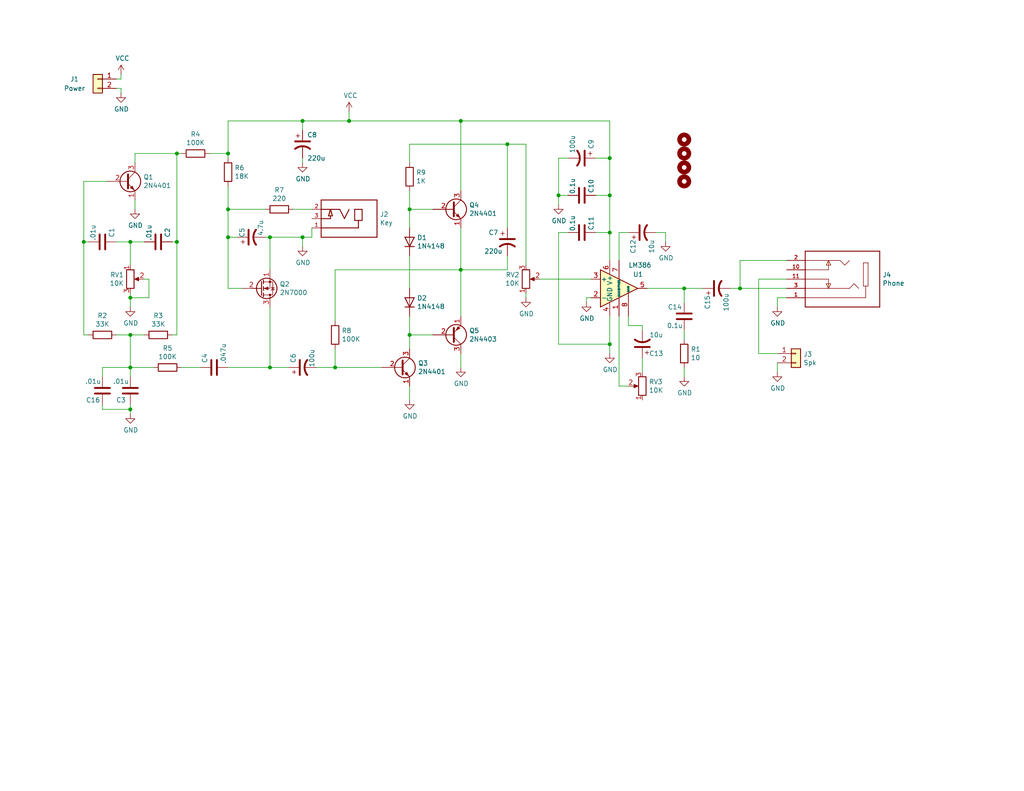
<source format=kicad_sch>
(kicad_sch (version 20210621) (generator eeschema)
  (paper "USLetter")
  (lib_symbols
    (symbol "Amplifier_Audio:LM386" (pin_names (offset 0.127))
      (property "Reference" "U" (at 1.27 7.62 0))
      (property "Value" "LM386" (at 1.27 5.08 0))
      (symbol "LM386_0_1"
        (polyline (pts (xy 5.08 0) (xy -5.08 5.08) (xy -5.08 -5.08) (xy 5.08 0)) (stroke (width 0.254)) (fill (type background)))
      )
      (symbol "LM386_1_1"
        (pin input line (at 0 -7.62 90) (length 5.08) (name "GAIN") (number "1"))
        (pin input line (at -7.62 -2.54 0) (length 2.54) (name "-") (number "2"))
        (pin input line (at -7.62 2.54 0) (length 2.54) (name "+") (number "3"))
        (pin power_in line (at -2.54 -7.62 90) (length 3.81) (name "GND") (number "4"))
        (pin output line (at 7.62 0 180) (length 2.54) (name "~") (number "5"))
        (pin power_in line (at -2.54 7.62 270) (length 3.81) (name "V+") (number "6"))
        (pin input line (at 0 7.62 270) (length 5.08) (name "BYPASS") (number "7"))
        (pin input line (at 2.54 -7.62 90) (length 6.35) (name "GAIN") (number "8"))
      )
    )
    (symbol "Connector_Generic:Conn_01x02" (pin_names (offset 1.016) hide)
      (property "Reference" "J" (at 0 2.54 0))
      (property "Value" "Conn_01x02" (at 0 -5.08 0))
      (symbol "Conn_01x02_1_1"
        (rectangle (start -1.27 -2.413) (end 0 -2.667) (stroke (width 0.1524)))
        (rectangle (start -1.27 0.127) (end 0 -0.127) (stroke (width 0.1524)))
        (rectangle (start -1.27 1.27) (end 1.27 -3.81) (stroke (width 0.254)) (fill (type background)))
        (pin passive line (at -5.08 0 0) (length 3.81) (name "Pin_1") (number "1"))
        (pin passive line (at -5.08 -2.54 0) (length 3.81) (name "Pin_2") (number "2"))
      )
    )
    (symbol "Device:C" (pin_numbers hide) (pin_names (offset 0.254))
      (property "Reference" "C" (at 0.635 2.54 0))
      (property "Value" "C" (at 0.635 -2.54 0))
      (symbol "C_0_1"
        (polyline (pts (xy -2.032 -0.762) (xy 2.032 -0.762)) (stroke (width 0.508)))
        (polyline (pts (xy -2.032 0.762) (xy 2.032 0.762)) (stroke (width 0.508)))
      )
      (symbol "C_1_1"
        (pin passive line (at 0 3.81 270) (length 2.794) (name "~") (number "1"))
        (pin passive line (at 0 -3.81 90) (length 2.794) (name "~") (number "2"))
      )
    )
    (symbol "Device:CP1" (pin_numbers hide) (pin_names (offset 0.254) hide)
      (property "Reference" "C" (at 0.635 2.54 0))
      (property "Value" "CP1" (at 0.635 -2.54 0))
      (symbol "CP1_0_1"
        (polyline (pts (xy -2.032 0.762) (xy 2.032 0.762)) (stroke (width 0.508)))
        (polyline (pts (xy -1.778 2.286) (xy -0.762 2.286)))
        (polyline (pts (xy -1.27 1.778) (xy -1.27 2.794)))
        (arc (start 2.032 -1.27) (mid 0 -0.5572) (end -2.032 -1.27) (stroke (width 0.508)))
      )
      (symbol "CP1_1_1"
        (pin passive line (at 0 3.81 270) (length 2.794) (name "~") (number "1"))
        (pin passive line (at 0 -3.81 90) (length 3.302) (name "~") (number "2"))
      )
    )
    (symbol "Device:D" (pin_numbers hide) (pin_names (offset 1.016) hide)
      (property "Reference" "D" (at 0 2.54 0))
      (property "Value" "D" (at 0 -2.54 0))
      (symbol "D_0_1"
        (polyline (pts (xy -1.27 1.27) (xy -1.27 -1.27)) (stroke (width 0.254)))
        (polyline (pts (xy 1.27 0) (xy -1.27 0)))
        (polyline (pts (xy 1.27 1.27) (xy 1.27 -1.27) (xy -1.27 0) (xy 1.27 1.27)) (stroke (width 0.254)))
      )
      (symbol "D_1_1"
        (pin passive line (at -3.81 0 0) (length 2.54) (name "K") (number "1"))
        (pin passive line (at 3.81 0 180) (length 2.54) (name "A") (number "2"))
      )
    )
    (symbol "Device:Q_NMOS_SGD" (pin_names (offset 0) hide)
      (property "Reference" "Q" (at 5.08 1.27 0))
      (property "Value" "Q_NMOS_SGD" (at 5.08 -1.27 0))
      (symbol "Q_NMOS_SGD_0_1"
        (polyline (pts (xy 0.254 0) (xy -2.54 0)))
        (polyline (pts (xy 0.254 1.905) (xy 0.254 -1.905)) (stroke (width 0.254)))
        (polyline (pts (xy 0.762 -1.27) (xy 0.762 -2.286)) (stroke (width 0.254)))
        (polyline (pts (xy 0.762 0.508) (xy 0.762 -0.508)) (stroke (width 0.254)))
        (polyline (pts (xy 0.762 2.286) (xy 0.762 1.27)) (stroke (width 0.254)))
        (polyline (pts (xy 2.54 2.54) (xy 2.54 1.778)))
        (polyline (pts (xy 2.54 -2.54) (xy 2.54 0) (xy 0.762 0)))
        (polyline (pts (xy 0.762 -1.778) (xy 3.302 -1.778) (xy 3.302 1.778) (xy 0.762 1.778)))
        (polyline (pts (xy 1.016 0) (xy 2.032 0.381) (xy 2.032 -0.381) (xy 1.016 0)) (fill (type outline)))
        (polyline (pts (xy 2.794 0.508) (xy 2.921 0.381) (xy 3.683 0.381) (xy 3.81 0.254)))
        (polyline (pts (xy 3.302 0.381) (xy 2.921 -0.254) (xy 3.683 -0.254) (xy 3.302 0.381)))
        (circle (center 1.651 0) (radius 2.794) (stroke (width 0.254)) (stroke (width 0.254)))
        (circle (center 2.54 -1.778) (radius 0.254) (fill (type outline)))
        (circle (center 2.54 1.778) (radius 0.254) (fill (type outline)))
      )
      (symbol "Q_NMOS_SGD_1_1"
        (pin passive line (at 2.54 -5.08 90) (length 2.54) (name "S") (number "1"))
        (pin input line (at -5.08 0 0) (length 5.08) (name "G") (number "2"))
        (pin passive line (at 2.54 5.08 270) (length 2.54) (name "D") (number "3"))
      )
    )
    (symbol "Device:Q_NPN_EBC" (pin_names (offset 0) hide)
      (property "Reference" "Q" (at 5.08 1.27 0))
      (property "Value" "Q_NPN_EBC" (at 5.08 -1.27 0))
      (symbol "Q_NPN_EBC_0_1"
        (polyline (pts (xy 0.635 0.635) (xy 2.54 2.54)))
        (polyline (pts (xy 0.635 -0.635) (xy 2.54 -2.54) (xy 2.54 -2.54)))
        (polyline (pts (xy 0.635 1.905) (xy 0.635 -1.905) (xy 0.635 -1.905)) (stroke (width 0.508)))
        (polyline (pts (xy 1.27 -1.778) (xy 1.778 -1.27) (xy 2.286 -2.286) (xy 1.27 -1.778) (xy 1.27 -1.778)) (fill (type outline)))
        (circle (center 1.27 0) (radius 2.8194) (stroke (width 0.254)) (stroke (width 0.254)))
      )
      (symbol "Q_NPN_EBC_1_1"
        (pin passive line (at 2.54 -5.08 90) (length 2.54) (name "E") (number "1"))
        (pin passive line (at -5.08 0 0) (length 5.715) (name "B") (number "2"))
        (pin passive line (at 2.54 5.08 270) (length 2.54) (name "C") (number "3"))
      )
    )
    (symbol "Device:Q_PNP_EBC" (pin_names (offset 0) hide)
      (property "Reference" "Q" (at 5.08 1.27 0))
      (property "Value" "Q_PNP_EBC" (at 5.08 -1.27 0))
      (symbol "Q_PNP_EBC_0_1"
        (polyline (pts (xy 0.635 0.635) (xy 2.54 2.54)))
        (polyline (pts (xy 0.635 -0.635) (xy 2.54 -2.54) (xy 2.54 -2.54)))
        (polyline (pts (xy 0.635 1.905) (xy 0.635 -1.905) (xy 0.635 -1.905)) (stroke (width 0.508)))
        (polyline (pts (xy 2.286 -1.778) (xy 1.778 -2.286) (xy 1.27 -1.27) (xy 2.286 -1.778) (xy 2.286 -1.778)) (fill (type outline)))
        (circle (center 1.27 0) (radius 2.8194) (stroke (width 0.254)) (stroke (width 0.254)))
      )
      (symbol "Q_PNP_EBC_1_1"
        (pin passive line (at 2.54 -5.08 90) (length 2.54) (name "E") (number "1"))
        (pin input line (at -5.08 0 0) (length 5.715) (name "B") (number "2"))
        (pin passive line (at 2.54 5.08 270) (length 2.54) (name "C") (number "3"))
      )
    )
    (symbol "Device:R" (pin_numbers hide) (pin_names (offset 0))
      (property "Reference" "R" (at 2.032 0 90))
      (property "Value" "R" (at 0 0 90))
      (symbol "R_0_1"
        (rectangle (start -1.016 -2.54) (end 1.016 2.54) (stroke (width 0.254)))
      )
      (symbol "R_1_1"
        (pin passive line (at 0 3.81 270) (length 1.27) (name "~") (number "1"))
        (pin passive line (at 0 -3.81 90) (length 1.27) (name "~") (number "2"))
      )
    )
    (symbol "Device:R_POT" (pin_names (offset 1.016) hide)
      (property "Reference" "RV" (at -4.445 0 90))
      (property "Value" "R_POT" (at -2.54 0 90))
      (symbol "R_POT_0_1"
        (polyline (pts (xy 2.54 0) (xy 1.524 0)))
        (polyline (pts (xy 1.143 0) (xy 2.286 0.508) (xy 2.286 -0.508) (xy 1.143 0)) (fill (type outline)))
        (rectangle (start 1.016 2.54) (end -1.016 -2.54) (stroke (width 0.254)))
      )
      (symbol "R_POT_1_1"
        (pin passive line (at 0 3.81 270) (length 1.27) (name "1") (number "1"))
        (pin passive line (at 3.81 0 180) (length 1.27) (name "2") (number "2"))
        (pin passive line (at 0 -3.81 90) (length 1.27) (name "3") (number "3"))
      )
    )
    (symbol "MJ-3536N:MJ-3536N" (pin_names (offset 1.016) hide)
      (property "Reference" "J" (at -7.62 5.842 0))
      (property "Value" "MJ-3536N" (at -7.62 -7.62 0))
      (symbol "MJ-3536N_0_0"
        (polyline (pts (xy -7.62 -5.08) (xy -7.62 5.08)) (stroke (width 0.254)))
        (polyline (pts (xy -7.62 5.08) (xy 7.62 5.08)) (stroke (width 0.254)))
        (polyline (pts (xy -3.556 -2.54) (xy -1.524 -2.54)) (stroke (width 0.254)))
        (polyline (pts (xy -3.556 0.508) (xy -3.556 -2.54)) (stroke (width 0.254)))
        (polyline (pts (xy -2.54 0.508) (xy -3.556 0.508)) (stroke (width 0.254)))
        (polyline (pts (xy -2.54 0.508) (xy -2.54 2.54)) (stroke (width 0.254)))
        (polyline (pts (xy -2.54 2.54) (xy 7.62 2.54)) (stroke (width 0.254)))
        (polyline (pts (xy -1.524 -2.54) (xy -1.524 0.508)) (stroke (width 0.254)))
        (polyline (pts (xy -1.524 0.508) (xy -2.54 0.508)) (stroke (width 0.254)))
        (polyline (pts (xy 0 -2.54) (xy 1.27 0)) (stroke (width 0.254)))
        (polyline (pts (xy 1.27 0) (xy 2.54 -2.54)) (stroke (width 0.254)))
        (polyline (pts (xy 2.54 -2.54) (xy 5.08 -2.54)) (stroke (width 0.254)))
        (polyline (pts (xy 4.572 -0.762) (xy 5.08 -2.54)) (stroke (width 0.254)))
        (polyline (pts (xy 5.08 -2.54) (xy 5.588 -0.762)) (stroke (width 0.254)))
        (polyline (pts (xy 5.08 -2.54) (xy 7.62 -2.54)) (stroke (width 0.254)))
        (polyline (pts (xy 5.08 -0.762) (xy 4.572 -0.762)) (stroke (width 0.254)))
        (polyline (pts (xy 5.08 0) (xy 5.08 -0.762)) (stroke (width 0.254)))
        (polyline (pts (xy 5.588 -0.762) (xy 5.08 -0.762)) (stroke (width 0.254)))
        (polyline (pts (xy 7.62 -5.08) (xy -7.62 -5.08)) (stroke (width 0.254)))
        (polyline (pts (xy 7.62 -2.54) (xy 7.62 -5.08)) (stroke (width 0.254)))
        (polyline (pts (xy 7.62 0) (xy 5.08 0)) (stroke (width 0.254)))
        (polyline (pts (xy 7.62 0) (xy 7.62 -2.54)) (stroke (width 0.254)))
        (polyline (pts (xy 7.62 2.54) (xy 7.62 0)) (stroke (width 0.254)))
        (polyline (pts (xy 7.62 5.08) (xy 7.62 2.54)) (stroke (width 0.254)))
        (polyline (pts (xy 5.588 -0.762) (xy 4.572 -0.762) (xy 5.08 -2.54) (xy 5.588 -0.762)) (stroke (width 0.254)) (fill (type background)))
        (pin passive line (at 10.16 2.54 180) (length 2.54) (name "~") (number "1"))
        (pin passive line (at 10.16 -2.54 180) (length 2.54) (name "~") (number "2"))
        (pin passive line (at 10.16 0 180) (length 2.54) (name "~") (number "3"))
      )
    )
    (symbol "Mechanical:MountingHole" (pin_names (offset 1.016))
      (property "Reference" "H" (at 0 5.08 0))
      (property "Value" "MountingHole" (at 0 3.175 0))
      (symbol "MountingHole_0_1"
        (circle (center 0 0) (radius 1.27) (stroke (width 1.27)) (stroke (width 1.27)))
      )
    )
    (symbol "SJ1-3525N:SJ1-3525N" (pin_names (offset 1.016) hide)
      (property "Reference" "J" (at -10.16 10.16 0))
      (property "Value" "SJ1-3525N" (at -10.16 -12.7254 0))
      (symbol "SJ1-3525N_0_0"
        (polyline (pts (xy -10.16 -7.62) (xy 10.16 -7.62)) (stroke (width 0.254)))
        (polyline (pts (xy -10.16 7.62) (xy -10.16 -7.62)) (stroke (width 0.254)))
        (polyline (pts (xy -6.985 -4.445) (xy -6.985 1.905)) (stroke (width 0.1524)))
        (polyline (pts (xy -6.985 1.905) (xy -6.35 1.905)) (stroke (width 0.1524)))
        (polyline (pts (xy -6.35 1.905) (xy -5.715 1.905)) (stroke (width 0.1524)))
        (polyline (pts (xy -6.35 5.08) (xy -6.35 1.905)) (stroke (width 0.1524)))
        (polyline (pts (xy -5.715 -4.445) (xy -6.985 -4.445)) (stroke (width 0.1524)))
        (polyline (pts (xy -5.715 1.905) (xy -5.715 -4.445)) (stroke (width 0.1524)))
        (polyline (pts (xy -3.175 1.27) (xy -4.445 2.54)) (stroke (width 0.1524)))
        (polyline (pts (xy -1.905 2.54) (xy -3.175 1.27)) (stroke (width 0.1524)))
        (polyline (pts (xy -0.635 -3.81) (xy -1.905 -5.08)) (stroke (width 0.1524)))
        (polyline (pts (xy 0.635 -5.08) (xy -0.635 -3.81)) (stroke (width 0.1524)))
        (polyline (pts (xy 3.81 -5.08) (xy 0.635 -5.08)) (stroke (width 0.1524)))
        (polyline (pts (xy 3.81 -2.54) (xy 3.81 -5.08)) (stroke (width 0.1524)))
        (polyline (pts (xy 3.81 2.54) (xy -1.905 2.54)) (stroke (width 0.1524)))
        (polyline (pts (xy 3.81 2.54) (xy 3.81 0)) (stroke (width 0.1524)))
        (polyline (pts (xy 10.16 -7.62) (xy 10.16 -5.08)) (stroke (width 0.254)))
        (polyline (pts (xy 10.16 -5.08) (xy 3.81 -5.08)) (stroke (width 0.1524)))
        (polyline (pts (xy 10.16 -5.08) (xy 10.16 -2.54)) (stroke (width 0.254)))
        (polyline (pts (xy 10.16 -2.54) (xy 3.81 -2.54)) (stroke (width 0.1524)))
        (polyline (pts (xy 10.16 -2.54) (xy 10.16 0)) (stroke (width 0.254)))
        (polyline (pts (xy 10.16 0) (xy 3.81 0)) (stroke (width 0.1524)))
        (polyline (pts (xy 10.16 0) (xy 10.16 2.54)) (stroke (width 0.254)))
        (polyline (pts (xy 10.16 2.54) (xy 3.81 2.54)) (stroke (width 0.1524)))
        (polyline (pts (xy 10.16 2.54) (xy 10.16 5.08)) (stroke (width 0.254)))
        (polyline (pts (xy 10.16 5.08) (xy -6.35 5.08)) (stroke (width 0.1524)))
        (polyline (pts (xy 10.16 5.08) (xy 10.16 7.62)) (stroke (width 0.254)))
        (polyline (pts (xy 10.16 7.62) (xy -10.16 7.62)) (stroke (width 0.254)))
        (polyline (pts (xy 3.81 -5.08) (xy 3.175 -3.81) (xy 4.445 -3.81) (xy 3.81 -5.08)) (stroke (width 0.1524)) (fill (type background)))
        (polyline (pts (xy 3.81 2.54) (xy 4.445 1.27) (xy 3.175 1.27) (xy 3.81 2.54)) (stroke (width 0.1524)) (fill (type background)))
        (pin passive line (at 15.24 5.08 180) (length 5.08) (name "~") (number "1"))
        (pin passive line (at 15.24 -2.54 180) (length 5.08) (name "~") (number "10"))
        (pin passive line (at 15.24 0 180) (length 5.08) (name "~") (number "11"))
        (pin passive line (at 15.24 -5.08 180) (length 5.08) (name "~") (number "2"))
        (pin passive line (at 15.24 2.54 180) (length 5.08) (name "~") (number "3"))
      )
    )
    (symbol "power:GND" (power) (pin_names (offset 0))
      (property "Value" "GND" (at 0 -3.81 0))
      (symbol "GND_0_1"
        (polyline (pts (xy 0 0) (xy 0 -1.27) (xy 1.27 -1.27) (xy 0 -2.54) (xy -1.27 -1.27) (xy 0 -1.27)))
      )
      (symbol "GND_1_1"
        (pin power_in line (at 0 0 270) (length 0) hide (name "GND") (number "1"))
      )
    )
    (symbol "power:VCC" (power) (pin_names (offset 0))
      (property "Value" "VCC" (at 0 3.81 0))
      (symbol "VCC_0_1"
        (polyline (pts (xy -0.762 1.27) (xy 0 2.54)))
        (polyline (pts (xy 0 0) (xy 0 2.54)))
        (polyline (pts (xy 0 2.54) (xy 0.762 1.27)))
      )
      (symbol "VCC_1_1"
        (pin power_in line (at 0 0 90) (length 0) hide (name "VCC") (number "1"))
      )
    )
  )
  (junction (at 22.86 66.04))
  (junction (at 35.56 66.04))
  (junction (at 35.56 81.28))
  (junction (at 35.56 91.44))
  (junction (at 35.56 100.33))
  (junction (at 35.56 111.76))
  (junction (at 48.26 41.91))
  (junction (at 48.26 66.04))
  (junction (at 62.23 41.91))
  (junction (at 62.23 57.15))
  (junction (at 62.23 64.77))
  (junction (at 73.66 64.77))
  (junction (at 73.66 100.33))
  (junction (at 82.55 33.02))
  (junction (at 82.55 64.77))
  (junction (at 91.44 100.33))
  (junction (at 95.25 33.02))
  (junction (at 111.76 57.15))
  (junction (at 111.76 91.44))
  (junction (at 125.73 33.02))
  (junction (at 125.73 73.66))
  (junction (at 138.43 39.37))
  (junction (at 152.4 53.34))
  (junction (at 166.37 43.18))
  (junction (at 166.37 53.34))
  (junction (at 166.37 63.5))
  (junction (at 166.37 93.98))
  (junction (at 186.69 78.74))
  (junction (at 201.93 78.74))
  (wire (pts (xy 22.86 49.53) (xy 22.86 66.04)))
  (wire (pts (xy 22.86 66.04) (xy 22.86 91.44)))
  (wire (pts (xy 22.86 91.44) (xy 24.13 91.44)))
  (wire (pts (xy 24.13 66.04) (xy 22.86 66.04)))
  (wire (pts (xy 27.94 100.33) (xy 35.56 100.33)))
  (wire (pts (xy 27.94 102.87) (xy 27.94 100.33)))
  (wire (pts (xy 27.94 110.49) (xy 27.94 111.76)))
  (wire (pts (xy 27.94 111.76) (xy 35.56 111.76)))
  (wire (pts (xy 29.21 49.53) (xy 22.86 49.53)))
  (wire (pts (xy 31.75 21.59) (xy 33.02 21.59)))
  (wire (pts (xy 31.75 24.13) (xy 33.02 24.13)))
  (wire (pts (xy 31.75 66.04) (xy 35.56 66.04)))
  (wire (pts (xy 31.75 91.44) (xy 35.56 91.44)))
  (wire (pts (xy 33.02 21.59) (xy 33.02 20.32)))
  (wire (pts (xy 33.02 24.13) (xy 33.02 25.4)))
  (wire (pts (xy 35.56 66.04) (xy 39.37 66.04)))
  (wire (pts (xy 35.56 72.39) (xy 35.56 66.04)))
  (wire (pts (xy 35.56 81.28) (xy 35.56 80.01)))
  (wire (pts (xy 35.56 81.28) (xy 40.64 81.28)))
  (wire (pts (xy 35.56 83.82) (xy 35.56 81.28)))
  (wire (pts (xy 35.56 91.44) (xy 39.37 91.44)))
  (wire (pts (xy 35.56 100.33) (xy 35.56 91.44)))
  (wire (pts (xy 35.56 100.33) (xy 41.91 100.33)))
  (wire (pts (xy 35.56 102.87) (xy 35.56 100.33)))
  (wire (pts (xy 35.56 111.76) (xy 35.56 110.49)))
  (wire (pts (xy 35.56 113.03) (xy 35.56 111.76)))
  (wire (pts (xy 36.83 41.91) (xy 48.26 41.91)))
  (wire (pts (xy 36.83 44.45) (xy 36.83 41.91)))
  (wire (pts (xy 36.83 54.61) (xy 36.83 57.15)))
  (wire (pts (xy 40.64 76.2) (xy 39.37 76.2)))
  (wire (pts (xy 40.64 81.28) (xy 40.64 76.2)))
  (wire (pts (xy 46.99 66.04) (xy 48.26 66.04)))
  (wire (pts (xy 46.99 91.44) (xy 48.26 91.44)))
  (wire (pts (xy 48.26 41.91) (xy 49.53 41.91)))
  (wire (pts (xy 48.26 66.04) (xy 48.26 41.91)))
  (wire (pts (xy 48.26 91.44) (xy 48.26 66.04)))
  (wire (pts (xy 49.53 100.33) (xy 54.61 100.33)))
  (wire (pts (xy 57.15 41.91) (xy 62.23 41.91)))
  (wire (pts (xy 62.23 33.02) (xy 62.23 41.91)))
  (wire (pts (xy 62.23 33.02) (xy 82.55 33.02)))
  (wire (pts (xy 62.23 43.18) (xy 62.23 41.91)))
  (wire (pts (xy 62.23 50.8) (xy 62.23 57.15)))
  (wire (pts (xy 62.23 57.15) (xy 62.23 64.77)))
  (wire (pts (xy 62.23 64.77) (xy 62.23 78.74)))
  (wire (pts (xy 62.23 78.74) (xy 66.04 78.74)))
  (wire (pts (xy 64.77 64.77) (xy 62.23 64.77)))
  (wire (pts (xy 72.39 57.15) (xy 62.23 57.15)))
  (wire (pts (xy 73.66 64.77) (xy 72.39 64.77)))
  (wire (pts (xy 73.66 64.77) (xy 82.55 64.77)))
  (wire (pts (xy 73.66 73.66) (xy 73.66 64.77)))
  (wire (pts (xy 73.66 83.82) (xy 73.66 100.33)))
  (wire (pts (xy 73.66 100.33) (xy 62.23 100.33)))
  (wire (pts (xy 73.66 100.33) (xy 78.74 100.33)))
  (wire (pts (xy 80.01 57.15) (xy 85.09 57.15)))
  (wire (pts (xy 82.55 33.02) (xy 82.55 35.56)))
  (wire (pts (xy 82.55 33.02) (xy 95.25 33.02)))
  (wire (pts (xy 82.55 43.18) (xy 82.55 44.45)))
  (wire (pts (xy 82.55 64.77) (xy 85.09 64.77)))
  (wire (pts (xy 82.55 67.31) (xy 82.55 64.77)))
  (wire (pts (xy 85.09 64.77) (xy 85.09 62.23)))
  (wire (pts (xy 86.36 100.33) (xy 91.44 100.33)))
  (wire (pts (xy 91.44 73.66) (xy 91.44 87.63)))
  (wire (pts (xy 91.44 95.25) (xy 91.44 100.33)))
  (wire (pts (xy 91.44 100.33) (xy 104.14 100.33)))
  (wire (pts (xy 95.25 30.48) (xy 95.25 33.02)))
  (wire (pts (xy 95.25 33.02) (xy 125.73 33.02)))
  (wire (pts (xy 111.76 39.37) (xy 138.43 39.37)))
  (wire (pts (xy 111.76 44.45) (xy 111.76 39.37)))
  (wire (pts (xy 111.76 52.07) (xy 111.76 57.15)))
  (wire (pts (xy 111.76 57.15) (xy 111.76 62.23)))
  (wire (pts (xy 111.76 57.15) (xy 118.11 57.15)))
  (wire (pts (xy 111.76 69.85) (xy 111.76 78.74)))
  (wire (pts (xy 111.76 86.36) (xy 111.76 91.44)))
  (wire (pts (xy 111.76 91.44) (xy 118.11 91.44)))
  (wire (pts (xy 111.76 95.25) (xy 111.76 91.44)))
  (wire (pts (xy 111.76 105.41) (xy 111.76 109.22)))
  (wire (pts (xy 125.73 33.02) (xy 166.37 33.02)))
  (wire (pts (xy 125.73 52.07) (xy 125.73 33.02)))
  (wire (pts (xy 125.73 62.23) (xy 125.73 73.66)))
  (wire (pts (xy 125.73 73.66) (xy 91.44 73.66)))
  (wire (pts (xy 125.73 73.66) (xy 125.73 86.36)))
  (wire (pts (xy 125.73 73.66) (xy 138.43 73.66)))
  (wire (pts (xy 125.73 96.52) (xy 125.73 100.33)))
  (wire (pts (xy 138.43 39.37) (xy 143.51 39.37)))
  (wire (pts (xy 138.43 62.23) (xy 138.43 39.37)))
  (wire (pts (xy 138.43 73.66) (xy 138.43 69.85)))
  (wire (pts (xy 143.51 39.37) (xy 143.51 72.39)))
  (wire (pts (xy 143.51 80.01) (xy 143.51 81.28)))
  (wire (pts (xy 147.32 76.2) (xy 161.29 76.2)))
  (wire (pts (xy 152.4 43.18) (xy 152.4 53.34)))
  (wire (pts (xy 152.4 53.34) (xy 152.4 55.88)))
  (wire (pts (xy 152.4 63.5) (xy 152.4 93.98)))
  (wire (pts (xy 152.4 93.98) (xy 166.37 93.98)))
  (wire (pts (xy 154.94 43.18) (xy 152.4 43.18)))
  (wire (pts (xy 154.94 53.34) (xy 152.4 53.34)))
  (wire (pts (xy 154.94 63.5) (xy 152.4 63.5)))
  (wire (pts (xy 160.02 81.28) (xy 161.29 81.28)))
  (wire (pts (xy 160.02 82.55) (xy 160.02 81.28)))
  (wire (pts (xy 162.56 43.18) (xy 166.37 43.18)))
  (wire (pts (xy 162.56 53.34) (xy 166.37 53.34)))
  (wire (pts (xy 162.56 63.5) (xy 166.37 63.5)))
  (wire (pts (xy 166.37 33.02) (xy 166.37 43.18)))
  (wire (pts (xy 166.37 43.18) (xy 166.37 53.34)))
  (wire (pts (xy 166.37 53.34) (xy 166.37 63.5)))
  (wire (pts (xy 166.37 71.12) (xy 166.37 63.5)))
  (wire (pts (xy 166.37 93.98) (xy 166.37 86.36)))
  (wire (pts (xy 166.37 96.52) (xy 166.37 93.98)))
  (wire (pts (xy 168.91 63.5) (xy 171.45 63.5)))
  (wire (pts (xy 168.91 71.12) (xy 168.91 63.5)))
  (wire (pts (xy 168.91 86.36) (xy 168.91 105.41)))
  (wire (pts (xy 168.91 105.41) (xy 171.45 105.41)))
  (wire (pts (xy 171.45 86.36) (xy 171.45 88.9)))
  (wire (pts (xy 171.45 88.9) (xy 175.26 88.9)))
  (wire (pts (xy 175.26 88.9) (xy 175.26 90.17)))
  (wire (pts (xy 175.26 101.6) (xy 175.26 97.79)))
  (wire (pts (xy 176.53 78.74) (xy 186.69 78.74)))
  (wire (pts (xy 181.61 63.5) (xy 179.07 63.5)))
  (wire (pts (xy 181.61 66.04) (xy 181.61 63.5)))
  (wire (pts (xy 186.69 78.74) (xy 191.77 78.74)))
  (wire (pts (xy 186.69 82.55) (xy 186.69 78.74)))
  (wire (pts (xy 186.69 90.17) (xy 186.69 92.71)))
  (wire (pts (xy 186.69 100.33) (xy 186.69 102.87)))
  (wire (pts (xy 199.39 78.74) (xy 201.93 78.74)))
  (wire (pts (xy 201.93 71.12) (xy 214.63 71.12)))
  (wire (pts (xy 201.93 78.74) (xy 201.93 71.12)))
  (wire (pts (xy 201.93 78.74) (xy 214.63 78.74)))
  (wire (pts (xy 207.01 76.2) (xy 207.01 96.52)))
  (wire (pts (xy 207.01 96.52) (xy 212.09 96.52)))
  (wire (pts (xy 212.09 81.28) (xy 214.63 81.28)))
  (wire (pts (xy 212.09 83.82) (xy 212.09 81.28)))
  (wire (pts (xy 212.09 101.6) (xy 212.09 99.06)))
  (wire (pts (xy 214.63 76.2) (xy 207.01 76.2)))
  (symbol (lib_id "power:VCC") (at 33.02 20.32 0) (unit 1)
    (property "Reference" "#PWR01" (effects hide))
    (property "Value" "VCC" (at 33.401 15.9258 0))
  )
  (symbol (lib_id "power:VCC") (at 95.25 30.48 0) (unit 1)
    (property "Reference" "#PWR08" (effects hide))
    (property "Value" "VCC" (at 95.631 26.0858 0))
  )
  (symbol (lib_id "power:GND") (at 33.02 25.4 0) (unit 1)
    (property "Reference" "#PWR02" (effects hide))
    (property "Value" "GND" (at 33.147 29.7942 0))
  )
  (symbol (lib_id "power:GND") (at 35.56 83.82 0) (unit 1)
    (property "Reference" "#PWR03" (effects hide))
    (property "Value" "GND" (at 35.687 88.2142 0))
  )
  (symbol (lib_id "power:GND") (at 35.56 113.03 0) (unit 1)
    (property "Reference" "#PWR04" (effects hide))
    (property "Value" "GND" (at 35.687 117.4242 0))
  )
  (symbol (lib_id "power:GND") (at 36.83 57.15 0) (unit 1)
    (property "Reference" "#PWR05" (effects hide))
    (property "Value" "GND" (at 36.957 61.5442 0))
  )
  (symbol (lib_id "power:GND") (at 82.55 44.45 0) (unit 1)
    (property "Reference" "#PWR06" (effects hide))
    (property "Value" "GND" (at 82.677 48.8442 0))
  )
  (symbol (lib_id "power:GND") (at 82.55 67.31 0) (unit 1)
    (property "Reference" "#PWR07" (effects hide))
    (property "Value" "GND" (at 82.677 71.7042 0))
  )
  (symbol (lib_id "power:GND") (at 111.76 109.22 0) (unit 1)
    (property "Reference" "#PWR09" (effects hide))
    (property "Value" "GND" (at 111.887 113.6142 0))
  )
  (symbol (lib_id "power:GND") (at 125.73 100.33 0) (unit 1)
    (property "Reference" "#PWR010" (effects hide))
    (property "Value" "GND" (at 125.857 104.7242 0))
  )
  (symbol (lib_id "power:GND") (at 143.51 81.28 0) (unit 1)
    (property "Reference" "#PWR011" (effects hide))
    (property "Value" "GND" (at 143.637 85.6742 0))
  )
  (symbol (lib_id "power:GND") (at 152.4 55.88 0) (unit 1)
    (property "Reference" "#PWR012" (effects hide))
    (property "Value" "GND" (at 152.527 60.2742 0))
  )
  (symbol (lib_id "power:GND") (at 160.02 82.55 0) (unit 1)
    (property "Reference" "#PWR013" (effects hide))
    (property "Value" "GND" (at 160.147 86.9442 0))
  )
  (symbol (lib_id "power:GND") (at 166.37 96.52 0) (unit 1)
    (property "Reference" "#PWR014" (effects hide))
    (property "Value" "GND" (at 166.497 100.9142 0))
  )
  (symbol (lib_id "power:GND") (at 181.61 66.04 0) (unit 1)
    (property "Reference" "#PWR015" (effects hide))
    (property "Value" "GND" (at 181.737 70.4342 0))
  )
  (symbol (lib_id "power:GND") (at 186.69 102.87 0) (unit 1)
    (property "Reference" "#PWR016" (effects hide))
    (property "Value" "GND" (at 186.817 107.2642 0))
  )
  (symbol (lib_id "power:GND") (at 212.09 83.82 0) (unit 1)
    (property "Reference" "#PWR017" (effects hide))
    (property "Value" "GND" (at 212.217 88.2142 0))
  )
  (symbol (lib_id "power:GND") (at 212.09 101.6 0) (unit 1)
    (property "Reference" "#PWR018" (effects hide))
    (property "Value" "GND" (at 212.217 105.9942 0))
  )
  (symbol (lib_id "Mechanical:MountingHole") (at 186.69 38.1 0) (unit 1)
    (property "Reference" "H1" (effects hide))
    (property "Value" "MountingHole" (effects hide))
    (property "Footprint" "MountingHole:MountingHole_3.2mm_M3_DIN965" (effects hide))
  )
  (symbol (lib_id "Mechanical:MountingHole") (at 186.69 41.91 0) (unit 1)
    (property "Reference" "H2" (effects hide))
    (property "Value" "MountingHole" (effects hide))
    (property "Footprint" "MountingHole:MountingHole_3.2mm_M3_DIN965" (effects hide))
  )
  (symbol (lib_id "Mechanical:MountingHole") (at 186.69 45.72 0) (unit 1)
    (property "Reference" "H3" (effects hide))
    (property "Value" "MountingHole" (effects hide))
    (property "Footprint" "MountingHole:MountingHole_3.2mm_M3_DIN965" (effects hide))
  )
  (symbol (lib_id "Mechanical:MountingHole") (at 186.69 49.53 0) (unit 1)
    (property "Reference" "H4" (effects hide))
    (property "Value" "MountingHole" (effects hide))
    (property "Footprint" "MountingHole:MountingHole_3.2mm_M3_DIN965" (effects hide))
  )
  (symbol (lib_id "Device:R") (at 27.94 91.44 270) (unit 1)
    (property "Reference" "R2" (at 27.94 86.1822 90))
    (property "Value" "33K" (at 27.94 88.4936 90))
    (property "Footprint" "Resistor_THT:R_Axial_DIN0207_L6.3mm_D2.5mm_P10.16mm_Horizontal" (effects hide))
  )
  (symbol (lib_id "Device:R") (at 43.18 91.44 270) (unit 1)
    (property "Reference" "R3" (at 43.18 86.1822 90))
    (property "Value" "33K" (at 43.18 88.4936 90))
    (property "Footprint" "Resistor_THT:R_Axial_DIN0207_L6.3mm_D2.5mm_P10.16mm_Horizontal" (effects hide))
  )
  (symbol (lib_id "Device:R") (at 45.72 100.33 270) (unit 1)
    (property "Reference" "R5" (at 45.72 95.0722 90))
    (property "Value" "100K" (at 45.72 97.3836 90))
    (property "Footprint" "Resistor_THT:R_Axial_DIN0207_L6.3mm_D2.5mm_P10.16mm_Horizontal" (effects hide))
  )
  (symbol (lib_id "Device:R") (at 53.34 41.91 270) (unit 1)
    (property "Reference" "R4" (at 53.34 36.6522 90))
    (property "Value" "100K" (at 53.34 38.9636 90))
    (property "Footprint" "Resistor_THT:R_Axial_DIN0207_L6.3mm_D2.5mm_P10.16mm_Horizontal" (effects hide))
  )
  (symbol (lib_id "Device:R") (at 62.23 46.99 0) (unit 1)
    (property "Reference" "R6" (at 64.008 45.8216 0) (effects (justify left)))
    (property "Value" "18K" (at 64.008 48.133 0) (effects (justify left)))
    (property "Footprint" "Resistor_THT:R_Axial_DIN0207_L6.3mm_D2.5mm_P10.16mm_Horizontal" (effects hide))
  )
  (symbol (lib_id "Device:R") (at 76.2 57.15 270) (unit 1)
    (property "Reference" "R7" (at 76.2 51.8922 90))
    (property "Value" "220" (at 76.2 54.2036 90))
    (property "Footprint" "Resistor_THT:R_Axial_DIN0207_L6.3mm_D2.5mm_P10.16mm_Horizontal" (effects hide))
  )
  (symbol (lib_id "Device:R") (at 91.44 91.44 0) (unit 1)
    (property "Reference" "R8" (at 93.218 90.2716 0) (effects (justify left)))
    (property "Value" "100K" (at 93.218 92.583 0) (effects (justify left)))
    (property "Footprint" "Resistor_THT:R_Axial_DIN0207_L6.3mm_D2.5mm_P10.16mm_Horizontal" (effects hide))
  )
  (symbol (lib_id "Device:R") (at 111.76 48.26 0) (unit 1)
    (property "Reference" "R9" (at 113.538 47.0916 0) (effects (justify left)))
    (property "Value" "1K" (at 113.538 49.403 0) (effects (justify left)))
    (property "Footprint" "Resistor_THT:R_Axial_DIN0207_L6.3mm_D2.5mm_P10.16mm_Horizontal" (effects hide))
  )
  (symbol (lib_id "Device:R") (at 186.69 96.52 0) (unit 1)
    (property "Reference" "R1" (at 188.468 95.3516 0) (effects (justify left)))
    (property "Value" "10" (at 188.468 97.663 0) (effects (justify left)))
    (property "Footprint" "Resistor_THT:R_Axial_DIN0207_L6.3mm_D2.5mm_P10.16mm_Horizontal" (effects hide))
  )
  (symbol (lib_id "Device:D") (at 111.76 66.04 90) (unit 1)
    (property "Reference" "D1" (at 113.792 64.8716 90) (effects (justify right)))
    (property "Value" "1N4148" (at 113.792 67.183 90) (effects (justify right)))
    (property "Footprint" "Diode_THT:D_DO-35_SOD27_P10.16mm_Horizontal" (effects hide))
  )
  (symbol (lib_id "Device:D") (at 111.76 82.55 90) (unit 1)
    (property "Reference" "D2" (at 113.792 81.3816 90) (effects (justify right)))
    (property "Value" "1N4148" (at 113.792 83.693 90) (effects (justify right)))
    (property "Footprint" "Diode_THT:D_DO-35_SOD27_P10.16mm_Horizontal" (effects hide))
  )
  (symbol (lib_id "Connector_Generic:Conn_01x02") (at 26.67 21.59 0) (mirror y) (unit 1)
    (property "Reference" "J1" (at 20.32 21.59 0))
    (property "Value" "Power" (at 20.32 24.13 0))
    (property "Footprint" "Connector_Molex:Molex_KK-254_AE-6410-02A_1x02_P2.54mm_Vertical" (effects hide))
  )
  (symbol (lib_id "Connector_Generic:Conn_01x02") (at 217.17 96.52 0) (unit 1)
    (property "Reference" "J3" (at 219.202 96.7232 0) (effects (justify left)))
    (property "Value" "Spk" (at 219.202 99.0346 0) (effects (justify left)))
    (property "Footprint" "Connector_Molex:Molex_KK-254_AE-6410-02A_1x02_P2.54mm_Vertical" (effects hide))
  )
  (symbol (lib_id "Device:C") (at 27.94 66.04 270) (unit 1)
    (property "Reference" "C1" (at 30.48 63.5 0))
    (property "Value" ".01u" (at 25.4 63.5 0))
    (property "Footprint" "Capacitor_THT:C_Disc_D4.7mm_W2.5mm_P5.00mm" (effects hide))
  )
  (symbol (lib_id "Device:C") (at 27.94 106.68 0) (mirror x) (unit 1)
    (property "Reference" "C16" (at 25.4 109.22 0))
    (property "Value" ".01u" (at 25.4 104.14 0))
    (property "Footprint" "Capacitor_THT:C_Disc_D4.7mm_W2.5mm_P5.00mm" (effects hide))
  )
  (symbol (lib_id "Device:C") (at 35.56 106.68 0) (mirror x) (unit 1)
    (property "Reference" "C3" (at 33.02 109.22 0))
    (property "Value" ".01u" (at 33.02 104.14 0))
    (property "Footprint" "Capacitor_THT:C_Disc_D4.7mm_W2.5mm_P5.00mm" (effects hide))
  )
  (symbol (lib_id "Device:C") (at 43.18 66.04 270) (unit 1)
    (property "Reference" "C2" (at 45.72 63.5 0))
    (property "Value" ".01u" (at 40.64 63.5 0))
    (property "Footprint" "Capacitor_THT:C_Disc_D4.7mm_W2.5mm_P5.00mm" (effects hide))
  )
  (symbol (lib_id "Device:C") (at 58.42 100.33 90) (mirror x) (unit 1)
    (property "Reference" "C4" (at 55.88 97.79 0))
    (property "Value" ".047u" (at 60.96 96.52 0))
    (property "Footprint" "Capacitor_THT:C_Disc_D4.7mm_W2.5mm_P5.00mm" (effects hide))
  )
  (symbol (lib_id "Device:C") (at 158.75 53.34 270) (unit 1)
    (property "Reference" "C10" (at 161.29 50.8 0))
    (property "Value" "0.1u" (at 156.21 50.8 0))
    (property "Footprint" "Capacitor_THT:C_Disc_D4.7mm_W2.5mm_P5.00mm" (effects hide))
  )
  (symbol (lib_id "Device:C") (at 158.75 63.5 270) (unit 1)
    (property "Reference" "C11" (at 161.29 60.96 0))
    (property "Value" "0.1u" (at 156.21 60.96 0))
    (property "Footprint" "Capacitor_THT:C_Disc_D4.7mm_W2.5mm_P5.00mm" (effects hide))
  )
  (symbol (lib_id "Device:C") (at 186.69 86.36 0) (unit 1)
    (property "Reference" "C14" (at 184.15 83.82 0))
    (property "Value" "0.1u" (at 184.15 88.9 0))
    (property "Footprint" "Capacitor_THT:C_Disc_D4.7mm_W2.5mm_P5.00mm" (effects hide))
  )
  (symbol (lib_id "Device:R_POT") (at 35.56 76.2 0) (unit 1)
    (property "Reference" "RV1" (at 33.8074 75.0316 0) (effects (justify right)))
    (property "Value" "10K" (at 33.8074 77.343 0) (effects (justify right)))
    (property "Footprint" "MyLibrary:P120PK" (effects hide))
  )
  (symbol (lib_id "Device:R_POT") (at 143.51 76.2 0) (mirror x) (unit 1)
    (property "Reference" "RV2" (at 141.7574 75.0316 0) (effects (justify right)))
    (property "Value" "10K" (at 141.7574 77.343 0) (effects (justify right)))
    (property "Footprint" "MyLibrary:P120PK" (effects hide))
  )
  (symbol (lib_id "Device:R_POT") (at 175.26 105.41 180) (unit 1)
    (property "Reference" "RV3" (at 177.038 104.2416 0) (effects (justify right)))
    (property "Value" "10K" (at 177.038 106.553 0) (effects (justify right)))
    (property "Footprint" "Potentiometer_THT:Potentiometer_Piher_PT-10-V10_Vertical" (effects hide))
  )
  (symbol (lib_id "Device:CP1") (at 68.58 64.77 90) (unit 1)
    (property "Reference" "C5" (at 66.04 63.5 0))
    (property "Value" "4.7u" (at 71.12 62.23 0))
    (property "Footprint" "Capacitor_THT:CP_Radial_D5.0mm_P2.50mm" (effects hide))
  )
  (symbol (lib_id "Device:CP1") (at 82.55 39.37 0) (unit 1)
    (property "Reference" "C8" (at 83.82 36.83 0) (effects (justify left)))
    (property "Value" "220u" (at 83.82 43.18 0) (effects (justify left)))
    (property "Footprint" "Capacitor_THT:CP_Radial_D8.0mm_P2.50mm" (effects hide))
  )
  (symbol (lib_id "Device:CP1") (at 82.55 100.33 90) (unit 1)
    (property "Reference" "C6" (at 80.01 97.79 0))
    (property "Value" "100u" (at 85.09 97.79 0))
    (property "Footprint" "Capacitor_THT:CP_Radial_D5.0mm_P2.00mm" (effects hide))
  )
  (symbol (lib_id "Device:CP1") (at 138.43 66.04 0) (unit 1)
    (property "Reference" "C7" (at 134.62 63.5 0))
    (property "Value" "220u" (at 134.62 68.58 0))
    (property "Footprint" "Capacitor_THT:CP_Radial_D8.0mm_P2.50mm" (effects hide))
  )
  (symbol (lib_id "Device:CP1") (at 158.75 43.18 270) (unit 1)
    (property "Reference" "C9" (at 161.29 39.37 0))
    (property "Value" "100u" (at 156.21 39.37 0))
    (property "Footprint" "Capacitor_THT:CP_Radial_D5.0mm_P2.00mm" (effects hide))
  )
  (symbol (lib_id "Device:CP1") (at 175.26 63.5 90) (unit 1)
    (property "Reference" "C12" (at 172.72 67.31 0))
    (property "Value" "10u" (at 177.8 67.31 0))
    (property "Footprint" "Capacitor_THT:CP_Radial_D5.0mm_P2.50mm" (effects hide))
  )
  (symbol (lib_id "Device:CP1") (at 175.26 93.98 180) (unit 1)
    (property "Reference" "C13" (at 179.07 96.52 0))
    (property "Value" "10u" (at 179.07 91.44 0))
    (property "Footprint" "Capacitor_THT:CP_Radial_D5.0mm_P2.50mm" (effects hide))
  )
  (symbol (lib_id "Device:CP1") (at 195.58 78.74 90) (unit 1)
    (property "Reference" "C15" (at 193.04 82.55 0))
    (property "Value" "100u" (at 198.12 82.55 0))
    (property "Footprint" "Capacitor_THT:CP_Radial_D5.0mm_P2.00mm" (effects hide))
  )
  (symbol (lib_id "Device:Q_NPN_EBC") (at 34.29 49.53 0) (unit 1)
    (property "Reference" "Q1" (at 39.116 48.3616 0) (effects (justify left)))
    (property "Value" "2N4401" (at 39.116 50.673 0) (effects (justify left)))
    (property "Footprint" "Package_TO_SOT_THT:TO-92L_Inline_Wide" (effects hide))
  )
  (symbol (lib_id "Device:Q_NPN_EBC") (at 109.22 100.33 0) (unit 1)
    (property "Reference" "Q3" (at 114.046 99.1616 0) (effects (justify left)))
    (property "Value" "2N4401" (at 114.046 101.473 0) (effects (justify left)))
    (property "Footprint" "Package_TO_SOT_THT:TO-92L_Inline_Wide" (effects hide))
  )
  (symbol (lib_id "Device:Q_NPN_EBC") (at 123.19 57.15 0) (unit 1)
    (property "Reference" "Q4" (at 128.016 55.9816 0) (effects (justify left)))
    (property "Value" "2N4401" (at 128.016 58.293 0) (effects (justify left)))
    (property "Footprint" "Package_TO_SOT_THT:TO-92L_Inline_Wide" (effects hide))
  )
  (symbol (lib_id "Device:Q_PNP_EBC") (at 123.19 91.44 0) (mirror x) (unit 1)
    (property "Reference" "Q5" (at 128.016 90.2716 0) (effects (justify left)))
    (property "Value" "2N4403" (at 128.016 92.583 0) (effects (justify left)))
    (property "Footprint" "Package_TO_SOT_THT:TO-92L_Inline_Wide" (effects hide))
  )
  (symbol (lib_id "Device:Q_NMOS_SGD") (at 71.12 78.74 0) (mirror x) (unit 1)
    (property "Reference" "Q2" (at 76.3016 77.5716 0) (effects (justify left)))
    (property "Value" "2N7000" (at 76.3016 79.883 0) (effects (justify left)))
    (property "Footprint" "Package_TO_SOT_THT:TO-92L_Inline_Wide" (effects hide))
  )
  (symbol (lib_id "MJ-3536N:MJ-3536N") (at 95.25 59.69 180) (unit 1)
    (property "Reference" "J2" (at 103.632 58.5216 0) (effects (justify right)))
    (property "Value" "Key" (at 103.632 60.833 0) (effects (justify right)))
    (property "Footprint" "MyLibrary:CUI_MJ-3536N" (effects hide))
    (property "MANUFACTURER" "CUI INC" (effects hide))
    (property "STANDARD" "MANUFACTURER RECOMMENDATIONS" (effects hide))
    (property "PART_REV" "B" (effects hide))
  )
  (symbol (lib_id "Amplifier_Audio:LM386") (at 168.91 78.74 0) (unit 1)
    (property "Reference" "U1" (at 172.72 74.93 0) (effects (justify left)))
    (property "Value" "LM386" (at 171.45 72.39 0) (effects (justify left)))
    (property "Footprint" "Package_DIP:DIP-8_W7.62mm_Socket" (effects hide))
    (property "Datasheet" "http://www.ti.com/lit/ds/symlink/lm386.pdf" (effects hide))
  )
  (symbol (lib_id "SJ1-3525N:SJ1-3525N") (at 229.87 76.2 180) (unit 1)
    (property "Reference" "J4" (at 240.792 75.0316 0) (effects (justify right)))
    (property "Value" "Phone" (at 240.792 77.343 0) (effects (justify right)))
    (property "Footprint" "MyLibrary:CUI_SJ1-3525N" (effects hide))
    (property "PARTREV" "1.02" (effects hide))
    (property "MANUFACTURER" "CUI" (effects hide))
    (property "STANDARD" "Manufacturer recommendation" (effects hide))
  )
)
</source>
